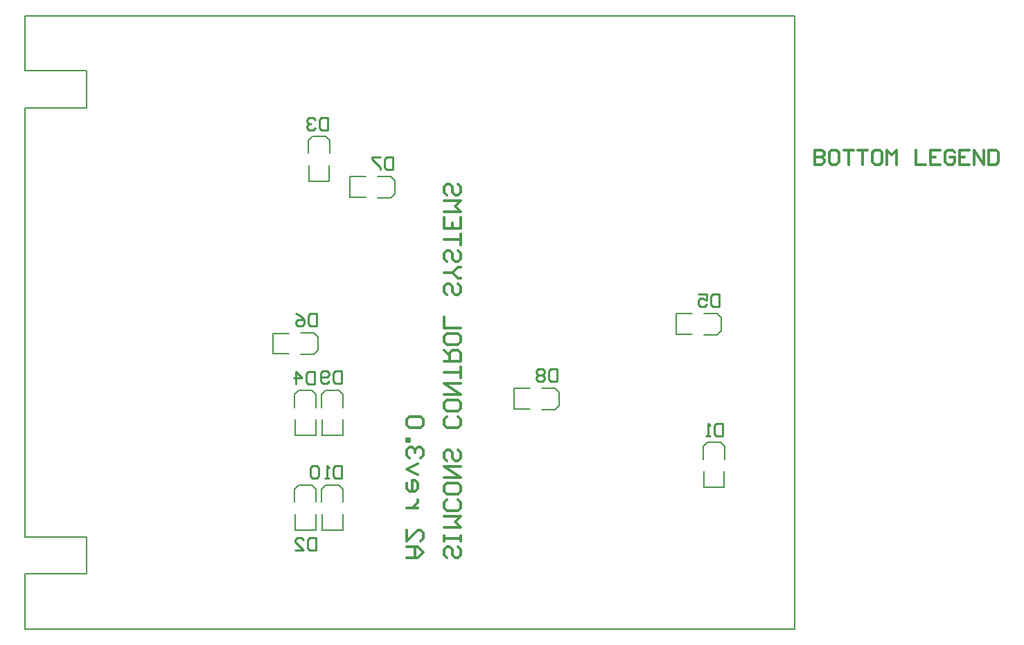
<source format=gbo>
%FSLAX25Y25*%
%MOIN*%
G70*
G01*
G75*
G04 Layer_Color=32896*
%ADD10C,0.03200*%
%ADD11C,0.02400*%
%ADD12R,0.06693X0.06693*%
%ADD13R,0.06693X0.06693*%
%ADD14C,0.00400*%
%ADD15C,0.01200*%
%ADD16R,0.07500X0.09000*%
%ADD17O,0.07500X0.09000*%
%ADD18O,0.07500X0.09000*%
%ADD19R,0.07500X0.09000*%
%ADD20O,0.09000X0.07500*%
%ADD21R,0.09000X0.07500*%
%ADD22R,0.10500X0.10500*%
%ADD23C,0.10500*%
%ADD24R,0.10500X0.10500*%
%ADD25C,0.10000*%
%ADD26C,0.09000*%
%ADD27C,0.07500*%
%ADD28C,0.06000*%
%ADD29C,0.04000*%
%ADD30R,0.06693X0.05118*%
%ADD31R,0.05118X0.06693*%
%ADD32C,0.01400*%
%ADD33C,0.00600*%
%ADD34C,0.00800*%
%ADD35C,0.00787*%
%ADD36C,0.01600*%
%ADD37C,0.01000*%
%ADD38R,0.07493X0.07493*%
%ADD39R,0.07493X0.07493*%
%ADD40R,0.08300X0.09800*%
%ADD41O,0.08300X0.09800*%
%ADD42O,0.08300X0.09800*%
%ADD43R,0.08300X0.09800*%
%ADD44O,0.09800X0.08300*%
%ADD45R,0.09800X0.08300*%
%ADD46R,0.11300X0.11300*%
%ADD47C,0.11300*%
%ADD48C,0.00800*%
%ADD49R,0.11300X0.11300*%
%ADD50C,0.10800*%
%ADD51C,0.09800*%
%ADD52C,0.08300*%
%ADD53R,0.07493X0.05918*%
%ADD54R,0.05918X0.07493*%
D15*
X773404Y624391D02*
Y617393D01*
X776903D01*
X778069Y618560D01*
Y619726D01*
X776903Y620892D01*
X773404D01*
X776903D01*
X778069Y622058D01*
Y623225D01*
X776903Y624391D01*
X773404D01*
X783901D02*
X781568D01*
X780402Y623225D01*
Y618560D01*
X781568Y617393D01*
X783901D01*
X785067Y618560D01*
Y623225D01*
X783901Y624391D01*
X787399D02*
X792065D01*
X789732D01*
Y617393D01*
X794397Y624391D02*
X799062D01*
X796730D01*
Y617393D01*
X804894Y624391D02*
X802561D01*
X801395Y623225D01*
Y618560D01*
X802561Y617393D01*
X804894D01*
X806060Y618560D01*
Y623225D01*
X804894Y624391D01*
X808393Y617393D02*
Y624391D01*
X810725Y622058D01*
X813058Y624391D01*
Y617393D01*
X822388Y624391D02*
Y617393D01*
X827053D01*
X834051Y624391D02*
X829386D01*
Y617393D01*
X834051D01*
X829386Y620892D02*
X831718D01*
X841049Y623225D02*
X839882Y624391D01*
X837550D01*
X836384Y623225D01*
Y618560D01*
X837550Y617393D01*
X839882D01*
X841049Y618560D01*
Y620892D01*
X838716D01*
X848046Y624391D02*
X843381D01*
Y617393D01*
X848046D01*
X843381Y620892D02*
X845714D01*
X850379Y617393D02*
Y624391D01*
X855044Y617393D01*
Y624391D01*
X857377D02*
Y617393D01*
X860876D01*
X862042Y618560D01*
Y623225D01*
X860876Y624391D01*
X857377D01*
D32*
X577100Y427900D02*
X582432D01*
X585097Y430566D01*
X582432Y433232D01*
X577100D01*
X581099D01*
Y427900D01*
X577100Y441229D02*
Y435897D01*
X582432Y441229D01*
X583765D01*
X585097Y439896D01*
Y437230D01*
X583765Y435897D01*
X582432Y451892D02*
X577100D01*
X579766D01*
X581099Y453225D01*
X582432Y454558D01*
Y455891D01*
X577100Y463888D02*
Y461223D01*
X578433Y459890D01*
X581099D01*
X582432Y461223D01*
Y463888D01*
X581099Y465221D01*
X579766D01*
Y459890D01*
X582432Y467887D02*
X577100Y470553D01*
X582432Y473219D01*
X583765Y475884D02*
X585097Y477217D01*
Y479883D01*
X583765Y481216D01*
X582432D01*
X581099Y479883D01*
Y478550D01*
Y479883D01*
X579766Y481216D01*
X578433D01*
X577100Y479883D01*
Y477217D01*
X578433Y475884D01*
X577100Y483882D02*
X578433D01*
Y485215D01*
X577100D01*
Y483882D01*
X583765Y490546D02*
X585097Y491879D01*
Y494545D01*
X583765Y495878D01*
X578433D01*
X577100Y494545D01*
Y491879D01*
X578433Y490546D01*
X583765D01*
X601864Y433232D02*
X603197Y431899D01*
Y429233D01*
X601864Y427900D01*
X600532D01*
X599199Y429233D01*
Y431899D01*
X597866Y433232D01*
X596533D01*
X595200Y431899D01*
Y429233D01*
X596533Y427900D01*
X603197Y435897D02*
Y438563D01*
Y437230D01*
X595200D01*
Y435897D01*
Y438563D01*
Y442562D02*
X603197D01*
X600532Y445228D01*
X603197Y447893D01*
X595200D01*
X601864Y455891D02*
X603197Y454558D01*
Y451892D01*
X601864Y450559D01*
X596533D01*
X595200Y451892D01*
Y454558D01*
X596533Y455891D01*
X603197Y462556D02*
Y459890D01*
X601864Y458557D01*
X596533D01*
X595200Y459890D01*
Y462556D01*
X596533Y463888D01*
X601864D01*
X603197Y462556D01*
X595200Y466554D02*
X603197D01*
X595200Y471886D01*
X603197D01*
X601864Y479883D02*
X603197Y478550D01*
Y475884D01*
X601864Y474552D01*
X600532D01*
X599199Y475884D01*
Y478550D01*
X597866Y479883D01*
X596533D01*
X595200Y478550D01*
Y475884D01*
X596533Y474552D01*
X601864Y495878D02*
X603197Y494545D01*
Y491879D01*
X601864Y490546D01*
X596533D01*
X595200Y491879D01*
Y494545D01*
X596533Y495878D01*
X603197Y502542D02*
Y499877D01*
X601864Y498544D01*
X596533D01*
X595200Y499877D01*
Y502542D01*
X596533Y503875D01*
X601864D01*
X603197Y502542D01*
X595200Y506541D02*
X603197D01*
X595200Y511873D01*
X603197D01*
Y514539D02*
Y519870D01*
Y517204D01*
X595200D01*
Y522536D02*
X603197D01*
Y526535D01*
X601864Y527868D01*
X599199D01*
X597866Y526535D01*
Y522536D01*
Y525202D02*
X595200Y527868D01*
X603197Y534532D02*
Y531866D01*
X601864Y530533D01*
X596533D01*
X595200Y531866D01*
Y534532D01*
X596533Y535865D01*
X601864D01*
X603197Y534532D01*
Y538531D02*
X595200D01*
Y543862D01*
X601864Y559857D02*
X603197Y558524D01*
Y555859D01*
X601864Y554526D01*
X600532D01*
X599199Y555859D01*
Y558524D01*
X597866Y559857D01*
X596533D01*
X595200Y558524D01*
Y555859D01*
X596533Y554526D01*
X603197Y562523D02*
X601864D01*
X599199Y565189D01*
X601864Y567855D01*
X603197D01*
X599199Y565189D02*
X595200D01*
X601864Y575852D02*
X603197Y574519D01*
Y571853D01*
X601864Y570520D01*
X600532D01*
X599199Y571853D01*
Y574519D01*
X597866Y575852D01*
X596533D01*
X595200Y574519D01*
Y571853D01*
X596533Y570520D01*
X603197Y578518D02*
Y583849D01*
Y581184D01*
X595200D01*
X603197Y591847D02*
Y586515D01*
X595200D01*
Y591847D01*
X599199Y586515D02*
Y589181D01*
X595200Y594513D02*
X603197D01*
X600532Y597179D01*
X603197Y599844D01*
X595200D01*
X601864Y607842D02*
X603197Y606509D01*
Y603843D01*
X601864Y602510D01*
X600532D01*
X599199Y603843D01*
Y606509D01*
X597866Y607842D01*
X596533D01*
X595200Y606509D01*
Y603843D01*
X596533Y602510D01*
D34*
X546618Y500256D02*
Y506555D01*
X544650Y508524D02*
X546618Y506555D01*
X538350Y508524D02*
X544650D01*
X536382Y506555D02*
X538350Y508524D01*
X536382Y500256D02*
Y506555D01*
X536579Y486870D02*
X546421D01*
Y494547D01*
X536579Y486870D02*
Y494547D01*
X546618Y454756D02*
Y461055D01*
X544650Y463024D02*
X546618Y461055D01*
X538350Y463024D02*
X544650D01*
X536382Y461055D02*
X538350Y463024D01*
X536382Y454756D02*
Y461055D01*
X536579Y441370D02*
X546421D01*
Y449047D01*
X536579Y441370D02*
Y449047D01*
X533618Y454756D02*
Y461055D01*
X531650Y463024D02*
X533618Y461055D01*
X525350Y463024D02*
X531650D01*
X523382Y461055D02*
X525350Y463024D01*
X523382Y454756D02*
Y461055D01*
X523579Y441370D02*
X533421D01*
Y449047D01*
X523579Y441370D02*
Y449047D01*
X393701Y393701D02*
Y420276D01*
Y393701D02*
X393701Y393701D01*
X763780D01*
Y688976D01*
X763780Y688976D02*
X763780Y688976D01*
X393701Y688976D02*
X763780D01*
X393701Y662402D02*
Y688976D01*
Y662402D02*
X423228D01*
Y644685D02*
Y662402D01*
X393701Y644685D02*
X423228D01*
X393701Y437992D02*
Y644685D01*
Y437992D02*
X423228D01*
Y420276D02*
Y437992D01*
X393701Y420276D02*
X423228D01*
X393701Y393701D02*
Y420276D01*
Y393701D02*
X393701Y393701D01*
X763780D01*
X642256Y499382D02*
X648555D01*
X650524Y501350D01*
Y507650D01*
X648555Y509618D02*
X650524Y507650D01*
X642256Y509618D02*
X648555D01*
X628870Y499579D02*
Y509421D01*
Y499579D02*
X636547D01*
X628870Y509421D02*
X636547D01*
X549870Y611421D02*
X557547D01*
X549870Y601579D02*
X557547D01*
X549870D02*
Y611421D01*
X563256Y611618D02*
X569555D01*
X571524Y609650D01*
Y603350D02*
Y609650D01*
X569555Y601382D02*
X571524Y603350D01*
X563256Y601382D02*
X569555D01*
X526256Y525882D02*
X532555D01*
X534524Y527850D01*
Y534150D01*
X532555Y536118D02*
X534524Y534150D01*
X526256Y536118D02*
X532555D01*
X512870Y526079D02*
Y535921D01*
Y526079D02*
X520547D01*
X512870Y535921D02*
X520547D01*
X706870Y545421D02*
X714547D01*
X706870Y535579D02*
X714547D01*
X706870D02*
Y545421D01*
X720256Y545618D02*
X726555D01*
X728524Y543650D01*
Y537350D02*
Y543650D01*
X726555Y535382D02*
X728524Y537350D01*
X720256Y535382D02*
X726555D01*
X533618Y500256D02*
Y506555D01*
X531650Y508524D02*
X533618Y506555D01*
X525350Y508524D02*
X531650D01*
X523382Y506555D02*
X525350Y508524D01*
X523382Y500256D02*
Y506555D01*
X523579Y486870D02*
X533421D01*
Y494547D01*
X523579Y486870D02*
Y494547D01*
X530079Y609370D02*
Y617047D01*
X539921Y609370D02*
Y617047D01*
X530079Y609370D02*
X539921D01*
X529882Y622756D02*
Y629055D01*
X531850Y631024D01*
X538150D01*
X540118Y629055D01*
Y622756D02*
Y629055D01*
X720079Y461870D02*
Y469547D01*
X729921Y461870D02*
Y469547D01*
X720079Y461870D02*
X729921D01*
X719882Y475256D02*
Y481555D01*
X721850Y483524D01*
X728150D01*
X730118Y481555D01*
Y475256D02*
Y481555D01*
D37*
X546000Y472392D02*
Y466394D01*
X543001D01*
X542001Y467393D01*
Y471392D01*
X543001Y472392D01*
X546000D01*
X540002Y466394D02*
X538003D01*
X539002D01*
Y472392D01*
X540002Y471392D01*
X535004D02*
X534004Y472392D01*
X532004D01*
X531005Y471392D01*
Y467393D01*
X532004Y466394D01*
X534004D01*
X535004Y467393D01*
Y471392D01*
X546000Y517892D02*
Y511894D01*
X543001D01*
X542001Y512893D01*
Y516892D01*
X543001Y517892D01*
X546000D01*
X540002Y512893D02*
X539002Y511894D01*
X537003D01*
X536003Y512893D01*
Y516892D01*
X537003Y517892D01*
X539002D01*
X540002Y516892D01*
Y515892D01*
X539002Y514893D01*
X536003D01*
X729300Y492498D02*
Y486500D01*
X726301D01*
X725301Y487500D01*
Y491498D01*
X726301Y492498D01*
X729300D01*
X723302Y486500D02*
X721303D01*
X722302D01*
Y492498D01*
X723302Y491498D01*
X533500Y437498D02*
Y431500D01*
X530501D01*
X529501Y432500D01*
Y436498D01*
X530501Y437498D01*
X533500D01*
X523503Y431500D02*
X527502D01*
X523503Y435499D01*
Y436498D01*
X524503Y437498D01*
X526502D01*
X527502Y436498D01*
X539300Y639998D02*
Y634000D01*
X536301D01*
X535301Y635000D01*
Y638998D01*
X536301Y639998D01*
X539300D01*
X533302Y638998D02*
X532302Y639998D01*
X530303D01*
X529303Y638998D01*
Y637999D01*
X530303Y636999D01*
X531303D01*
X530303D01*
X529303Y635999D01*
Y635000D01*
X530303Y634000D01*
X532302D01*
X533302Y635000D01*
X532800Y517498D02*
Y511500D01*
X529801D01*
X528801Y512500D01*
Y516498D01*
X529801Y517498D01*
X532800D01*
X523803Y511500D02*
Y517498D01*
X526802Y514499D01*
X522803D01*
X727500Y554798D02*
Y548800D01*
X724501D01*
X723501Y549800D01*
Y553798D01*
X724501Y554798D01*
X727500D01*
X717503D02*
X721502D01*
Y551799D01*
X719503Y552799D01*
X718503D01*
X717503Y551799D01*
Y549800D01*
X718503Y548800D01*
X720502D01*
X721502Y549800D01*
X533900Y545498D02*
Y539500D01*
X530901D01*
X529901Y540500D01*
Y544498D01*
X530901Y545498D01*
X533900D01*
X523903D02*
X525903Y544498D01*
X527902Y542499D01*
Y540500D01*
X526902Y539500D01*
X524903D01*
X523903Y540500D01*
Y541499D01*
X524903Y542499D01*
X527902D01*
X570500Y620798D02*
Y614800D01*
X567501D01*
X566501Y615800D01*
Y619798D01*
X567501Y620798D01*
X570500D01*
X564502D02*
X560503D01*
Y619798D01*
X564502Y615800D01*
Y614800D01*
X649500Y518798D02*
Y512800D01*
X646501D01*
X645501Y513800D01*
Y517798D01*
X646501Y518798D01*
X649500D01*
X643502Y517798D02*
X642502Y518798D01*
X640503D01*
X639503Y517798D01*
Y516799D01*
X640503Y515799D01*
X639503Y514799D01*
Y513800D01*
X640503Y512800D01*
X642502D01*
X643502Y513800D01*
Y514799D01*
X642502Y515799D01*
X643502Y516799D01*
Y517798D01*
X642502Y515799D02*
X640503D01*
M02*

</source>
